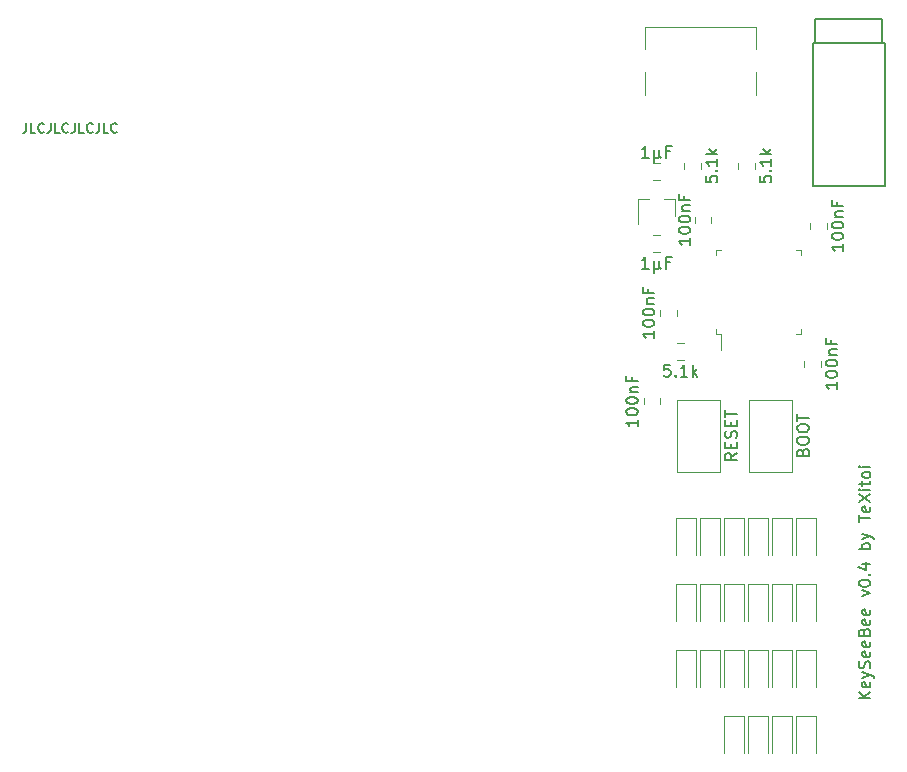
<source format=gto>
G04 #@! TF.GenerationSoftware,KiCad,Pcbnew,5.1.9+dfsg1-1*
G04 #@! TF.CreationDate,2021-12-26T21:48:47+01:00*
G04 #@! TF.ProjectId,left,6c656674-2e6b-4696-9361-645f70636258,rev?*
G04 #@! TF.SameCoordinates,Original*
G04 #@! TF.FileFunction,Legend,Top*
G04 #@! TF.FilePolarity,Positive*
%FSLAX46Y46*%
G04 Gerber Fmt 4.6, Leading zero omitted, Abs format (unit mm)*
G04 Created by KiCad (PCBNEW 5.1.9+dfsg1-1) date 2021-12-26 21:48:47*
%MOMM*%
%LPD*%
G01*
G04 APERTURE LIST*
%ADD10C,0.200000*%
%ADD11C,0.150000*%
%ADD12C,0.120000*%
%ADD13C,4.000000*%
%ADD14C,1.900000*%
%ADD15C,1.700000*%
%ADD16C,0.800000*%
%ADD17O,1.000000X1.400000*%
%ADD18R,1.500000X1.500000*%
%ADD19R,1.000000X1.000000*%
%ADD20R,1.300000X0.250000*%
%ADD21R,0.250000X1.300000*%
%ADD22R,0.800000X0.900000*%
%ADD23R,0.600000X1.450000*%
%ADD24R,0.300000X1.450000*%
%ADD25O,1.000000X2.100000*%
%ADD26C,0.650000*%
%ADD27O,1.000000X1.600000*%
G04 APERTURE END LIST*
D10*
X167754761Y-55060904D02*
X167754761Y-55632333D01*
X167716666Y-55746619D01*
X167640476Y-55822809D01*
X167526190Y-55860904D01*
X167450000Y-55860904D01*
X168516666Y-55860904D02*
X168135714Y-55860904D01*
X168135714Y-55060904D01*
X169240476Y-55784714D02*
X169202380Y-55822809D01*
X169088095Y-55860904D01*
X169011904Y-55860904D01*
X168897619Y-55822809D01*
X168821428Y-55746619D01*
X168783333Y-55670428D01*
X168745238Y-55518047D01*
X168745238Y-55403761D01*
X168783333Y-55251380D01*
X168821428Y-55175190D01*
X168897619Y-55099000D01*
X169011904Y-55060904D01*
X169088095Y-55060904D01*
X169202380Y-55099000D01*
X169240476Y-55137095D01*
X169811904Y-55060904D02*
X169811904Y-55632333D01*
X169773809Y-55746619D01*
X169697619Y-55822809D01*
X169583333Y-55860904D01*
X169507142Y-55860904D01*
X170573809Y-55860904D02*
X170192857Y-55860904D01*
X170192857Y-55060904D01*
X171297619Y-55784714D02*
X171259523Y-55822809D01*
X171145238Y-55860904D01*
X171069047Y-55860904D01*
X170954761Y-55822809D01*
X170878571Y-55746619D01*
X170840476Y-55670428D01*
X170802380Y-55518047D01*
X170802380Y-55403761D01*
X170840476Y-55251380D01*
X170878571Y-55175190D01*
X170954761Y-55099000D01*
X171069047Y-55060904D01*
X171145238Y-55060904D01*
X171259523Y-55099000D01*
X171297619Y-55137095D01*
X171869047Y-55060904D02*
X171869047Y-55632333D01*
X171830952Y-55746619D01*
X171754761Y-55822809D01*
X171640476Y-55860904D01*
X171564285Y-55860904D01*
X172630952Y-55860904D02*
X172250000Y-55860904D01*
X172250000Y-55060904D01*
X173354761Y-55784714D02*
X173316666Y-55822809D01*
X173202380Y-55860904D01*
X173126190Y-55860904D01*
X173011904Y-55822809D01*
X172935714Y-55746619D01*
X172897619Y-55670428D01*
X172859523Y-55518047D01*
X172859523Y-55403761D01*
X172897619Y-55251380D01*
X172935714Y-55175190D01*
X173011904Y-55099000D01*
X173126190Y-55060904D01*
X173202380Y-55060904D01*
X173316666Y-55099000D01*
X173354761Y-55137095D01*
X173926190Y-55060904D02*
X173926190Y-55632333D01*
X173888095Y-55746619D01*
X173811904Y-55822809D01*
X173697619Y-55860904D01*
X173621428Y-55860904D01*
X174688095Y-55860904D02*
X174307142Y-55860904D01*
X174307142Y-55060904D01*
X175411904Y-55784714D02*
X175373809Y-55822809D01*
X175259523Y-55860904D01*
X175183333Y-55860904D01*
X175069047Y-55822809D01*
X174992857Y-55746619D01*
X174954761Y-55670428D01*
X174916666Y-55518047D01*
X174916666Y-55403761D01*
X174954761Y-55251380D01*
X174992857Y-55175190D01*
X175069047Y-55099000D01*
X175183333Y-55060904D01*
X175259523Y-55060904D01*
X175373809Y-55099000D01*
X175411904Y-55137095D01*
X239212380Y-103771904D02*
X238212380Y-103771904D01*
X239212380Y-103200476D02*
X238640952Y-103629047D01*
X238212380Y-103200476D02*
X238783809Y-103771904D01*
X239164761Y-102390952D02*
X239212380Y-102486190D01*
X239212380Y-102676666D01*
X239164761Y-102771904D01*
X239069523Y-102819523D01*
X238688571Y-102819523D01*
X238593333Y-102771904D01*
X238545714Y-102676666D01*
X238545714Y-102486190D01*
X238593333Y-102390952D01*
X238688571Y-102343333D01*
X238783809Y-102343333D01*
X238879047Y-102819523D01*
X238545714Y-102010000D02*
X239212380Y-101771904D01*
X238545714Y-101533809D02*
X239212380Y-101771904D01*
X239450476Y-101867142D01*
X239498095Y-101914761D01*
X239545714Y-102010000D01*
X239164761Y-101200476D02*
X239212380Y-101057619D01*
X239212380Y-100819523D01*
X239164761Y-100724285D01*
X239117142Y-100676666D01*
X239021904Y-100629047D01*
X238926666Y-100629047D01*
X238831428Y-100676666D01*
X238783809Y-100724285D01*
X238736190Y-100819523D01*
X238688571Y-101010000D01*
X238640952Y-101105238D01*
X238593333Y-101152857D01*
X238498095Y-101200476D01*
X238402857Y-101200476D01*
X238307619Y-101152857D01*
X238260000Y-101105238D01*
X238212380Y-101010000D01*
X238212380Y-100771904D01*
X238260000Y-100629047D01*
X239164761Y-99819523D02*
X239212380Y-99914761D01*
X239212380Y-100105238D01*
X239164761Y-100200476D01*
X239069523Y-100248095D01*
X238688571Y-100248095D01*
X238593333Y-100200476D01*
X238545714Y-100105238D01*
X238545714Y-99914761D01*
X238593333Y-99819523D01*
X238688571Y-99771904D01*
X238783809Y-99771904D01*
X238879047Y-100248095D01*
X239164761Y-98962380D02*
X239212380Y-99057619D01*
X239212380Y-99248095D01*
X239164761Y-99343333D01*
X239069523Y-99390952D01*
X238688571Y-99390952D01*
X238593333Y-99343333D01*
X238545714Y-99248095D01*
X238545714Y-99057619D01*
X238593333Y-98962380D01*
X238688571Y-98914761D01*
X238783809Y-98914761D01*
X238879047Y-99390952D01*
X238688571Y-98152857D02*
X238736190Y-98010000D01*
X238783809Y-97962380D01*
X238879047Y-97914761D01*
X239021904Y-97914761D01*
X239117142Y-97962380D01*
X239164761Y-98010000D01*
X239212380Y-98105238D01*
X239212380Y-98486190D01*
X238212380Y-98486190D01*
X238212380Y-98152857D01*
X238260000Y-98057619D01*
X238307619Y-98010000D01*
X238402857Y-97962380D01*
X238498095Y-97962380D01*
X238593333Y-98010000D01*
X238640952Y-98057619D01*
X238688571Y-98152857D01*
X238688571Y-98486190D01*
X239164761Y-97105238D02*
X239212380Y-97200476D01*
X239212380Y-97390952D01*
X239164761Y-97486190D01*
X239069523Y-97533809D01*
X238688571Y-97533809D01*
X238593333Y-97486190D01*
X238545714Y-97390952D01*
X238545714Y-97200476D01*
X238593333Y-97105238D01*
X238688571Y-97057619D01*
X238783809Y-97057619D01*
X238879047Y-97533809D01*
X239164761Y-96248095D02*
X239212380Y-96343333D01*
X239212380Y-96533809D01*
X239164761Y-96629047D01*
X239069523Y-96676666D01*
X238688571Y-96676666D01*
X238593333Y-96629047D01*
X238545714Y-96533809D01*
X238545714Y-96343333D01*
X238593333Y-96248095D01*
X238688571Y-96200476D01*
X238783809Y-96200476D01*
X238879047Y-96676666D01*
X238545714Y-95105238D02*
X239212380Y-94867142D01*
X238545714Y-94629047D01*
X238212380Y-94057619D02*
X238212380Y-93962380D01*
X238260000Y-93867142D01*
X238307619Y-93819523D01*
X238402857Y-93771904D01*
X238593333Y-93724285D01*
X238831428Y-93724285D01*
X239021904Y-93771904D01*
X239117142Y-93819523D01*
X239164761Y-93867142D01*
X239212380Y-93962380D01*
X239212380Y-94057619D01*
X239164761Y-94152857D01*
X239117142Y-94200476D01*
X239021904Y-94248095D01*
X238831428Y-94295714D01*
X238593333Y-94295714D01*
X238402857Y-94248095D01*
X238307619Y-94200476D01*
X238260000Y-94152857D01*
X238212380Y-94057619D01*
X239117142Y-93295714D02*
X239164761Y-93248095D01*
X239212380Y-93295714D01*
X239164761Y-93343333D01*
X239117142Y-93295714D01*
X239212380Y-93295714D01*
X238545714Y-92390952D02*
X239212380Y-92390952D01*
X238164761Y-92629047D02*
X238879047Y-92867142D01*
X238879047Y-92248095D01*
X239212380Y-91105238D02*
X238212380Y-91105238D01*
X238593333Y-91105238D02*
X238545714Y-91010000D01*
X238545714Y-90819523D01*
X238593333Y-90724285D01*
X238640952Y-90676666D01*
X238736190Y-90629047D01*
X239021904Y-90629047D01*
X239117142Y-90676666D01*
X239164761Y-90724285D01*
X239212380Y-90819523D01*
X239212380Y-91010000D01*
X239164761Y-91105238D01*
X238545714Y-90295714D02*
X239212380Y-90057619D01*
X238545714Y-89819523D02*
X239212380Y-90057619D01*
X239450476Y-90152857D01*
X239498095Y-90200476D01*
X239545714Y-90295714D01*
X238212380Y-88819523D02*
X238212380Y-88248095D01*
X239212380Y-88533809D02*
X238212380Y-88533809D01*
X239164761Y-87533809D02*
X239212380Y-87629047D01*
X239212380Y-87819523D01*
X239164761Y-87914761D01*
X239069523Y-87962380D01*
X238688571Y-87962380D01*
X238593333Y-87914761D01*
X238545714Y-87819523D01*
X238545714Y-87629047D01*
X238593333Y-87533809D01*
X238688571Y-87486190D01*
X238783809Y-87486190D01*
X238879047Y-87962380D01*
X238212380Y-87152857D02*
X239212380Y-86486190D01*
X238212380Y-86486190D02*
X239212380Y-87152857D01*
X239212380Y-86105238D02*
X238545714Y-86105238D01*
X238212380Y-86105238D02*
X238260000Y-86152857D01*
X238307619Y-86105238D01*
X238260000Y-86057619D01*
X238212380Y-86105238D01*
X238307619Y-86105238D01*
X238545714Y-85771904D02*
X238545714Y-85390952D01*
X238212380Y-85629047D02*
X239069523Y-85629047D01*
X239164761Y-85581428D01*
X239212380Y-85486190D01*
X239212380Y-85390952D01*
X239212380Y-84914761D02*
X239164761Y-85010000D01*
X239117142Y-85057619D01*
X239021904Y-85105238D01*
X238736190Y-85105238D01*
X238640952Y-85057619D01*
X238593333Y-85010000D01*
X238545714Y-84914761D01*
X238545714Y-84771904D01*
X238593333Y-84676666D01*
X238640952Y-84629047D01*
X238736190Y-84581428D01*
X239021904Y-84581428D01*
X239117142Y-84629047D01*
X239164761Y-84676666D01*
X239212380Y-84771904D01*
X239212380Y-84914761D01*
X239212380Y-84152857D02*
X238545714Y-84152857D01*
X238212380Y-84152857D02*
X238260000Y-84200476D01*
X238307619Y-84152857D01*
X238260000Y-84105238D01*
X238212380Y-84152857D01*
X238307619Y-84152857D01*
D11*
X240413000Y-48260000D02*
X234313000Y-48260000D01*
X240413000Y-60360000D02*
X234313000Y-60360000D01*
X240413000Y-48260000D02*
X240413000Y-60360000D01*
X234313000Y-48260000D02*
X234313000Y-60360000D01*
X240163000Y-48260000D02*
X240163000Y-46260000D01*
X234563000Y-48260000D02*
X234563000Y-46260000D01*
X240163000Y-46260000D02*
X234563000Y-46260000D01*
D12*
X228909000Y-84594000D02*
X228909000Y-78474000D01*
X228909000Y-78474000D02*
X232609000Y-78474000D01*
X232609000Y-78474000D02*
X232609000Y-84594000D01*
X232609000Y-84594000D02*
X228909000Y-84594000D01*
X222813000Y-84594000D02*
X222813000Y-78474000D01*
X222813000Y-78474000D02*
X226513000Y-78474000D01*
X226513000Y-78474000D02*
X226513000Y-84594000D01*
X226513000Y-84594000D02*
X222813000Y-84594000D01*
X220845748Y-58472000D02*
X221368252Y-58472000D01*
X220845748Y-59892000D02*
X221368252Y-59892000D01*
X225754000Y-62984748D02*
X225754000Y-63507252D01*
X224334000Y-62984748D02*
X224334000Y-63507252D01*
X222833000Y-70858748D02*
X222833000Y-71381252D01*
X221413000Y-70858748D02*
X221413000Y-71381252D01*
X233605000Y-75699252D02*
X233605000Y-75176748D01*
X235025000Y-75699252D02*
X235025000Y-75176748D01*
X220845748Y-64568000D02*
X221368252Y-64568000D01*
X220845748Y-65988000D02*
X221368252Y-65988000D01*
X220016000Y-78874252D02*
X220016000Y-78351748D01*
X221436000Y-78874252D02*
X221436000Y-78351748D01*
X234113000Y-64015252D02*
X234113000Y-63492748D01*
X235533000Y-64015252D02*
X235533000Y-63492748D01*
X234609440Y-99644927D02*
X232909440Y-99644927D01*
X232909440Y-99644927D02*
X232909440Y-102794927D01*
X234609440Y-99644927D02*
X234609440Y-102794927D01*
X234609440Y-88468927D02*
X232909440Y-88468927D01*
X232909440Y-88468927D02*
X232909440Y-91618927D01*
X234609440Y-88468927D02*
X234609440Y-91618927D01*
X228513440Y-105232927D02*
X226813440Y-105232927D01*
X226813440Y-105232927D02*
X226813440Y-108382927D01*
X228513440Y-105232927D02*
X228513440Y-108382927D01*
X228513440Y-99644927D02*
X226813440Y-99644927D01*
X226813440Y-99644927D02*
X226813440Y-102794927D01*
X228513440Y-99644927D02*
X228513440Y-102794927D01*
X228513440Y-94056927D02*
X226813440Y-94056927D01*
X226813440Y-94056927D02*
X226813440Y-97206927D01*
X228513440Y-94056927D02*
X228513440Y-97206927D01*
X228513440Y-88468927D02*
X226813440Y-88468927D01*
X226813440Y-88468927D02*
X226813440Y-91618927D01*
X228513440Y-88468927D02*
X228513440Y-91618927D01*
X224449440Y-99644927D02*
X222749440Y-99644927D01*
X222749440Y-99644927D02*
X222749440Y-102794927D01*
X224449440Y-99644927D02*
X224449440Y-102794927D01*
X224449440Y-94056927D02*
X222749440Y-94056927D01*
X222749440Y-94056927D02*
X222749440Y-97206927D01*
X224449440Y-94056927D02*
X224449440Y-97206927D01*
X224449440Y-88468927D02*
X222749440Y-88468927D01*
X222749440Y-88468927D02*
X222749440Y-91618927D01*
X224449440Y-88468927D02*
X224449440Y-91618927D01*
X232577440Y-105232927D02*
X230877440Y-105232927D01*
X230877440Y-105232927D02*
X230877440Y-108382927D01*
X232577440Y-105232927D02*
X232577440Y-108382927D01*
X234609440Y-94056927D02*
X232909440Y-94056927D01*
X232909440Y-94056927D02*
X232909440Y-97206927D01*
X234609440Y-94056927D02*
X234609440Y-97206927D01*
X232577440Y-99644927D02*
X230877440Y-99644927D01*
X230877440Y-99644927D02*
X230877440Y-102794927D01*
X232577440Y-99644927D02*
X232577440Y-102794927D01*
X232577440Y-94056927D02*
X230877440Y-94056927D01*
X230877440Y-94056927D02*
X230877440Y-97206927D01*
X232577440Y-94056927D02*
X232577440Y-97206927D01*
X232577440Y-88468927D02*
X230877440Y-88468927D01*
X230877440Y-88468927D02*
X230877440Y-91618927D01*
X232577440Y-88468927D02*
X232577440Y-91618927D01*
X230545440Y-105232927D02*
X228845440Y-105232927D01*
X228845440Y-105232927D02*
X228845440Y-108382927D01*
X230545440Y-105232927D02*
X230545440Y-108382927D01*
X230545440Y-99644927D02*
X228845440Y-99644927D01*
X228845440Y-99644927D02*
X228845440Y-102794927D01*
X230545440Y-99644927D02*
X230545440Y-102794927D01*
X230545440Y-94056927D02*
X228845440Y-94056927D01*
X228845440Y-94056927D02*
X228845440Y-97206927D01*
X230545440Y-94056927D02*
X230545440Y-97206927D01*
X230545440Y-88468927D02*
X228845440Y-88468927D01*
X228845440Y-88468927D02*
X228845440Y-91618927D01*
X230545440Y-88468927D02*
X230545440Y-91618927D01*
X226481440Y-99644927D02*
X224781440Y-99644927D01*
X224781440Y-99644927D02*
X224781440Y-102794927D01*
X226481440Y-99644927D02*
X226481440Y-102794927D01*
X226481440Y-94056927D02*
X224781440Y-94056927D01*
X224781440Y-94056927D02*
X224781440Y-97206927D01*
X226481440Y-94056927D02*
X226481440Y-97206927D01*
X226481440Y-88468927D02*
X224781440Y-88468927D01*
X224781440Y-88468927D02*
X224781440Y-91618927D01*
X226481440Y-88468927D02*
X226481440Y-91618927D01*
X234609440Y-105232927D02*
X232909440Y-105232927D01*
X232909440Y-105232927D02*
X232909440Y-108382927D01*
X234609440Y-105232927D02*
X234609440Y-108382927D01*
X226183000Y-65782000D02*
X226603000Y-65782000D01*
X233303000Y-65782000D02*
X232883000Y-65782000D01*
X233303000Y-72902000D02*
X232883000Y-72902000D01*
X226183000Y-72902000D02*
X226183000Y-72482000D01*
X233303000Y-65782000D02*
X233303000Y-66202000D01*
X226183000Y-65782000D02*
X226183000Y-66202000D01*
X226603000Y-72902000D02*
X226603000Y-74282000D01*
X226183000Y-72902000D02*
X226603000Y-72902000D01*
X233303000Y-72902000D02*
X233303000Y-72482000D01*
X222687000Y-61470000D02*
X221757000Y-61470000D01*
X219527000Y-61470000D02*
X220457000Y-61470000D01*
X219527000Y-61470000D02*
X219527000Y-63630000D01*
X222687000Y-61470000D02*
X222687000Y-62930000D01*
X223391252Y-75132000D02*
X222868748Y-75132000D01*
X223391252Y-73712000D02*
X222868748Y-73712000D01*
X224865000Y-58412748D02*
X224865000Y-58935252D01*
X223445000Y-58412748D02*
X223445000Y-58935252D01*
X229437000Y-58412748D02*
X229437000Y-58935252D01*
X228017000Y-58412748D02*
X228017000Y-58935252D01*
X229490000Y-48800000D02*
X229490000Y-46900000D01*
X229490000Y-52700000D02*
X229490000Y-50700000D01*
X220090000Y-48800000D02*
X220090000Y-46900000D01*
X220090000Y-52700000D02*
X220090000Y-50700000D01*
X229490000Y-46900000D02*
X220090000Y-46900000D01*
D11*
X233481571Y-82891142D02*
X233529190Y-82748285D01*
X233576809Y-82700666D01*
X233672047Y-82653047D01*
X233814904Y-82653047D01*
X233910142Y-82700666D01*
X233957761Y-82748285D01*
X234005380Y-82843523D01*
X234005380Y-83224476D01*
X233005380Y-83224476D01*
X233005380Y-82891142D01*
X233053000Y-82795904D01*
X233100619Y-82748285D01*
X233195857Y-82700666D01*
X233291095Y-82700666D01*
X233386333Y-82748285D01*
X233433952Y-82795904D01*
X233481571Y-82891142D01*
X233481571Y-83224476D01*
X233005380Y-82034000D02*
X233005380Y-81843523D01*
X233053000Y-81748285D01*
X233148238Y-81653047D01*
X233338714Y-81605428D01*
X233672047Y-81605428D01*
X233862523Y-81653047D01*
X233957761Y-81748285D01*
X234005380Y-81843523D01*
X234005380Y-82034000D01*
X233957761Y-82129238D01*
X233862523Y-82224476D01*
X233672047Y-82272095D01*
X233338714Y-82272095D01*
X233148238Y-82224476D01*
X233053000Y-82129238D01*
X233005380Y-82034000D01*
X233005380Y-80986380D02*
X233005380Y-80795904D01*
X233053000Y-80700666D01*
X233148238Y-80605428D01*
X233338714Y-80557809D01*
X233672047Y-80557809D01*
X233862523Y-80605428D01*
X233957761Y-80700666D01*
X234005380Y-80795904D01*
X234005380Y-80986380D01*
X233957761Y-81081619D01*
X233862523Y-81176857D01*
X233672047Y-81224476D01*
X233338714Y-81224476D01*
X233148238Y-81176857D01*
X233053000Y-81081619D01*
X233005380Y-80986380D01*
X233005380Y-80272095D02*
X233005380Y-79700666D01*
X234005380Y-79986380D02*
X233005380Y-79986380D01*
X227909380Y-82986380D02*
X227433190Y-83319714D01*
X227909380Y-83557809D02*
X226909380Y-83557809D01*
X226909380Y-83176857D01*
X226957000Y-83081619D01*
X227004619Y-83034000D01*
X227099857Y-82986380D01*
X227242714Y-82986380D01*
X227337952Y-83034000D01*
X227385571Y-83081619D01*
X227433190Y-83176857D01*
X227433190Y-83557809D01*
X227385571Y-82557809D02*
X227385571Y-82224476D01*
X227909380Y-82081619D02*
X227909380Y-82557809D01*
X226909380Y-82557809D01*
X226909380Y-82081619D01*
X227861761Y-81700666D02*
X227909380Y-81557809D01*
X227909380Y-81319714D01*
X227861761Y-81224476D01*
X227814142Y-81176857D01*
X227718904Y-81129238D01*
X227623666Y-81129238D01*
X227528428Y-81176857D01*
X227480809Y-81224476D01*
X227433190Y-81319714D01*
X227385571Y-81510190D01*
X227337952Y-81605428D01*
X227290333Y-81653047D01*
X227195095Y-81700666D01*
X227099857Y-81700666D01*
X227004619Y-81653047D01*
X226957000Y-81605428D01*
X226909380Y-81510190D01*
X226909380Y-81272095D01*
X226957000Y-81129238D01*
X227385571Y-80700666D02*
X227385571Y-80367333D01*
X227909380Y-80224476D02*
X227909380Y-80700666D01*
X226909380Y-80700666D01*
X226909380Y-80224476D01*
X226909380Y-79938761D02*
X226909380Y-79367333D01*
X227909380Y-79653047D02*
X226909380Y-79653047D01*
X220440333Y-57984380D02*
X219868904Y-57984380D01*
X220154619Y-57984380D02*
X220154619Y-56984380D01*
X220059380Y-57127238D01*
X219964142Y-57222476D01*
X219868904Y-57270095D01*
X220868904Y-57317714D02*
X220868904Y-58317714D01*
X221345095Y-57841523D02*
X221392714Y-57936761D01*
X221487952Y-57984380D01*
X220868904Y-57841523D02*
X220916523Y-57936761D01*
X221011761Y-57984380D01*
X221202238Y-57984380D01*
X221297476Y-57936761D01*
X221345095Y-57841523D01*
X221345095Y-57317714D01*
X222249857Y-57460571D02*
X221916523Y-57460571D01*
X221916523Y-57984380D02*
X221916523Y-56984380D01*
X222392714Y-56984380D01*
X223972380Y-64793619D02*
X223972380Y-65365047D01*
X223972380Y-65079333D02*
X222972380Y-65079333D01*
X223115238Y-65174571D01*
X223210476Y-65269809D01*
X223258095Y-65365047D01*
X222972380Y-64174571D02*
X222972380Y-64079333D01*
X223020000Y-63984095D01*
X223067619Y-63936476D01*
X223162857Y-63888857D01*
X223353333Y-63841238D01*
X223591428Y-63841238D01*
X223781904Y-63888857D01*
X223877142Y-63936476D01*
X223924761Y-63984095D01*
X223972380Y-64079333D01*
X223972380Y-64174571D01*
X223924761Y-64269809D01*
X223877142Y-64317428D01*
X223781904Y-64365047D01*
X223591428Y-64412666D01*
X223353333Y-64412666D01*
X223162857Y-64365047D01*
X223067619Y-64317428D01*
X223020000Y-64269809D01*
X222972380Y-64174571D01*
X222972380Y-63222190D02*
X222972380Y-63126952D01*
X223020000Y-63031714D01*
X223067619Y-62984095D01*
X223162857Y-62936476D01*
X223353333Y-62888857D01*
X223591428Y-62888857D01*
X223781904Y-62936476D01*
X223877142Y-62984095D01*
X223924761Y-63031714D01*
X223972380Y-63126952D01*
X223972380Y-63222190D01*
X223924761Y-63317428D01*
X223877142Y-63365047D01*
X223781904Y-63412666D01*
X223591428Y-63460285D01*
X223353333Y-63460285D01*
X223162857Y-63412666D01*
X223067619Y-63365047D01*
X223020000Y-63317428D01*
X222972380Y-63222190D01*
X223305714Y-62460285D02*
X223972380Y-62460285D01*
X223400952Y-62460285D02*
X223353333Y-62412666D01*
X223305714Y-62317428D01*
X223305714Y-62174571D01*
X223353333Y-62079333D01*
X223448571Y-62031714D01*
X223972380Y-62031714D01*
X223448571Y-61222190D02*
X223448571Y-61555523D01*
X223972380Y-61555523D02*
X222972380Y-61555523D01*
X222972380Y-61079333D01*
X220925380Y-72667619D02*
X220925380Y-73239047D01*
X220925380Y-72953333D02*
X219925380Y-72953333D01*
X220068238Y-73048571D01*
X220163476Y-73143809D01*
X220211095Y-73239047D01*
X219925380Y-72048571D02*
X219925380Y-71953333D01*
X219973000Y-71858095D01*
X220020619Y-71810476D01*
X220115857Y-71762857D01*
X220306333Y-71715238D01*
X220544428Y-71715238D01*
X220734904Y-71762857D01*
X220830142Y-71810476D01*
X220877761Y-71858095D01*
X220925380Y-71953333D01*
X220925380Y-72048571D01*
X220877761Y-72143809D01*
X220830142Y-72191428D01*
X220734904Y-72239047D01*
X220544428Y-72286666D01*
X220306333Y-72286666D01*
X220115857Y-72239047D01*
X220020619Y-72191428D01*
X219973000Y-72143809D01*
X219925380Y-72048571D01*
X219925380Y-71096190D02*
X219925380Y-71000952D01*
X219973000Y-70905714D01*
X220020619Y-70858095D01*
X220115857Y-70810476D01*
X220306333Y-70762857D01*
X220544428Y-70762857D01*
X220734904Y-70810476D01*
X220830142Y-70858095D01*
X220877761Y-70905714D01*
X220925380Y-71000952D01*
X220925380Y-71096190D01*
X220877761Y-71191428D01*
X220830142Y-71239047D01*
X220734904Y-71286666D01*
X220544428Y-71334285D01*
X220306333Y-71334285D01*
X220115857Y-71286666D01*
X220020619Y-71239047D01*
X219973000Y-71191428D01*
X219925380Y-71096190D01*
X220258714Y-70334285D02*
X220925380Y-70334285D01*
X220353952Y-70334285D02*
X220306333Y-70286666D01*
X220258714Y-70191428D01*
X220258714Y-70048571D01*
X220306333Y-69953333D01*
X220401571Y-69905714D01*
X220925380Y-69905714D01*
X220401571Y-69096190D02*
X220401571Y-69429523D01*
X220925380Y-69429523D02*
X219925380Y-69429523D01*
X219925380Y-68953333D01*
X236417380Y-76985619D02*
X236417380Y-77557047D01*
X236417380Y-77271333D02*
X235417380Y-77271333D01*
X235560238Y-77366571D01*
X235655476Y-77461809D01*
X235703095Y-77557047D01*
X235417380Y-76366571D02*
X235417380Y-76271333D01*
X235465000Y-76176095D01*
X235512619Y-76128476D01*
X235607857Y-76080857D01*
X235798333Y-76033238D01*
X236036428Y-76033238D01*
X236226904Y-76080857D01*
X236322142Y-76128476D01*
X236369761Y-76176095D01*
X236417380Y-76271333D01*
X236417380Y-76366571D01*
X236369761Y-76461809D01*
X236322142Y-76509428D01*
X236226904Y-76557047D01*
X236036428Y-76604666D01*
X235798333Y-76604666D01*
X235607857Y-76557047D01*
X235512619Y-76509428D01*
X235465000Y-76461809D01*
X235417380Y-76366571D01*
X235417380Y-75414190D02*
X235417380Y-75318952D01*
X235465000Y-75223714D01*
X235512619Y-75176095D01*
X235607857Y-75128476D01*
X235798333Y-75080857D01*
X236036428Y-75080857D01*
X236226904Y-75128476D01*
X236322142Y-75176095D01*
X236369761Y-75223714D01*
X236417380Y-75318952D01*
X236417380Y-75414190D01*
X236369761Y-75509428D01*
X236322142Y-75557047D01*
X236226904Y-75604666D01*
X236036428Y-75652285D01*
X235798333Y-75652285D01*
X235607857Y-75604666D01*
X235512619Y-75557047D01*
X235465000Y-75509428D01*
X235417380Y-75414190D01*
X235750714Y-74652285D02*
X236417380Y-74652285D01*
X235845952Y-74652285D02*
X235798333Y-74604666D01*
X235750714Y-74509428D01*
X235750714Y-74366571D01*
X235798333Y-74271333D01*
X235893571Y-74223714D01*
X236417380Y-74223714D01*
X235893571Y-73414190D02*
X235893571Y-73747523D01*
X236417380Y-73747523D02*
X235417380Y-73747523D01*
X235417380Y-73271333D01*
X220440333Y-67380380D02*
X219868904Y-67380380D01*
X220154619Y-67380380D02*
X220154619Y-66380380D01*
X220059380Y-66523238D01*
X219964142Y-66618476D01*
X219868904Y-66666095D01*
X220868904Y-66713714D02*
X220868904Y-67713714D01*
X221345095Y-67237523D02*
X221392714Y-67332761D01*
X221487952Y-67380380D01*
X220868904Y-67237523D02*
X220916523Y-67332761D01*
X221011761Y-67380380D01*
X221202238Y-67380380D01*
X221297476Y-67332761D01*
X221345095Y-67237523D01*
X221345095Y-66713714D01*
X222249857Y-66856571D02*
X221916523Y-66856571D01*
X221916523Y-67380380D02*
X221916523Y-66380380D01*
X222392714Y-66380380D01*
X219528380Y-80160619D02*
X219528380Y-80732047D01*
X219528380Y-80446333D02*
X218528380Y-80446333D01*
X218671238Y-80541571D01*
X218766476Y-80636809D01*
X218814095Y-80732047D01*
X218528380Y-79541571D02*
X218528380Y-79446333D01*
X218576000Y-79351095D01*
X218623619Y-79303476D01*
X218718857Y-79255857D01*
X218909333Y-79208238D01*
X219147428Y-79208238D01*
X219337904Y-79255857D01*
X219433142Y-79303476D01*
X219480761Y-79351095D01*
X219528380Y-79446333D01*
X219528380Y-79541571D01*
X219480761Y-79636809D01*
X219433142Y-79684428D01*
X219337904Y-79732047D01*
X219147428Y-79779666D01*
X218909333Y-79779666D01*
X218718857Y-79732047D01*
X218623619Y-79684428D01*
X218576000Y-79636809D01*
X218528380Y-79541571D01*
X218528380Y-78589190D02*
X218528380Y-78493952D01*
X218576000Y-78398714D01*
X218623619Y-78351095D01*
X218718857Y-78303476D01*
X218909333Y-78255857D01*
X219147428Y-78255857D01*
X219337904Y-78303476D01*
X219433142Y-78351095D01*
X219480761Y-78398714D01*
X219528380Y-78493952D01*
X219528380Y-78589190D01*
X219480761Y-78684428D01*
X219433142Y-78732047D01*
X219337904Y-78779666D01*
X219147428Y-78827285D01*
X218909333Y-78827285D01*
X218718857Y-78779666D01*
X218623619Y-78732047D01*
X218576000Y-78684428D01*
X218528380Y-78589190D01*
X218861714Y-77827285D02*
X219528380Y-77827285D01*
X218956952Y-77827285D02*
X218909333Y-77779666D01*
X218861714Y-77684428D01*
X218861714Y-77541571D01*
X218909333Y-77446333D01*
X219004571Y-77398714D01*
X219528380Y-77398714D01*
X219004571Y-76589190D02*
X219004571Y-76922523D01*
X219528380Y-76922523D02*
X218528380Y-76922523D01*
X218528380Y-76446333D01*
X236925380Y-65301619D02*
X236925380Y-65873047D01*
X236925380Y-65587333D02*
X235925380Y-65587333D01*
X236068238Y-65682571D01*
X236163476Y-65777809D01*
X236211095Y-65873047D01*
X235925380Y-64682571D02*
X235925380Y-64587333D01*
X235973000Y-64492095D01*
X236020619Y-64444476D01*
X236115857Y-64396857D01*
X236306333Y-64349238D01*
X236544428Y-64349238D01*
X236734904Y-64396857D01*
X236830142Y-64444476D01*
X236877761Y-64492095D01*
X236925380Y-64587333D01*
X236925380Y-64682571D01*
X236877761Y-64777809D01*
X236830142Y-64825428D01*
X236734904Y-64873047D01*
X236544428Y-64920666D01*
X236306333Y-64920666D01*
X236115857Y-64873047D01*
X236020619Y-64825428D01*
X235973000Y-64777809D01*
X235925380Y-64682571D01*
X235925380Y-63730190D02*
X235925380Y-63634952D01*
X235973000Y-63539714D01*
X236020619Y-63492095D01*
X236115857Y-63444476D01*
X236306333Y-63396857D01*
X236544428Y-63396857D01*
X236734904Y-63444476D01*
X236830142Y-63492095D01*
X236877761Y-63539714D01*
X236925380Y-63634952D01*
X236925380Y-63730190D01*
X236877761Y-63825428D01*
X236830142Y-63873047D01*
X236734904Y-63920666D01*
X236544428Y-63968285D01*
X236306333Y-63968285D01*
X236115857Y-63920666D01*
X236020619Y-63873047D01*
X235973000Y-63825428D01*
X235925380Y-63730190D01*
X236258714Y-62968285D02*
X236925380Y-62968285D01*
X236353952Y-62968285D02*
X236306333Y-62920666D01*
X236258714Y-62825428D01*
X236258714Y-62682571D01*
X236306333Y-62587333D01*
X236401571Y-62539714D01*
X236925380Y-62539714D01*
X236401571Y-61730190D02*
X236401571Y-62063523D01*
X236925380Y-62063523D02*
X235925380Y-62063523D01*
X235925380Y-61587333D01*
X222249047Y-75524380D02*
X221772857Y-75524380D01*
X221725238Y-76000571D01*
X221772857Y-75952952D01*
X221868095Y-75905333D01*
X222106190Y-75905333D01*
X222201428Y-75952952D01*
X222249047Y-76000571D01*
X222296666Y-76095809D01*
X222296666Y-76333904D01*
X222249047Y-76429142D01*
X222201428Y-76476761D01*
X222106190Y-76524380D01*
X221868095Y-76524380D01*
X221772857Y-76476761D01*
X221725238Y-76429142D01*
X222725238Y-76429142D02*
X222772857Y-76476761D01*
X222725238Y-76524380D01*
X222677619Y-76476761D01*
X222725238Y-76429142D01*
X222725238Y-76524380D01*
X223725238Y-76524380D02*
X223153809Y-76524380D01*
X223439523Y-76524380D02*
X223439523Y-75524380D01*
X223344285Y-75667238D01*
X223249047Y-75762476D01*
X223153809Y-75810095D01*
X224153809Y-76524380D02*
X224153809Y-75524380D01*
X224249047Y-76143428D02*
X224534761Y-76524380D01*
X224534761Y-75857714D02*
X224153809Y-76238666D01*
X225257380Y-59554952D02*
X225257380Y-60031142D01*
X225733571Y-60078761D01*
X225685952Y-60031142D01*
X225638333Y-59935904D01*
X225638333Y-59697809D01*
X225685952Y-59602571D01*
X225733571Y-59554952D01*
X225828809Y-59507333D01*
X226066904Y-59507333D01*
X226162142Y-59554952D01*
X226209761Y-59602571D01*
X226257380Y-59697809D01*
X226257380Y-59935904D01*
X226209761Y-60031142D01*
X226162142Y-60078761D01*
X226162142Y-59078761D02*
X226209761Y-59031142D01*
X226257380Y-59078761D01*
X226209761Y-59126380D01*
X226162142Y-59078761D01*
X226257380Y-59078761D01*
X226257380Y-58078761D02*
X226257380Y-58650190D01*
X226257380Y-58364476D02*
X225257380Y-58364476D01*
X225400238Y-58459714D01*
X225495476Y-58554952D01*
X225543095Y-58650190D01*
X226257380Y-57650190D02*
X225257380Y-57650190D01*
X225876428Y-57554952D02*
X226257380Y-57269238D01*
X225590714Y-57269238D02*
X225971666Y-57650190D01*
X229829380Y-59554952D02*
X229829380Y-60031142D01*
X230305571Y-60078761D01*
X230257952Y-60031142D01*
X230210333Y-59935904D01*
X230210333Y-59697809D01*
X230257952Y-59602571D01*
X230305571Y-59554952D01*
X230400809Y-59507333D01*
X230638904Y-59507333D01*
X230734142Y-59554952D01*
X230781761Y-59602571D01*
X230829380Y-59697809D01*
X230829380Y-59935904D01*
X230781761Y-60031142D01*
X230734142Y-60078761D01*
X230734142Y-59078761D02*
X230781761Y-59031142D01*
X230829380Y-59078761D01*
X230781761Y-59126380D01*
X230734142Y-59078761D01*
X230829380Y-59078761D01*
X230829380Y-58078761D02*
X230829380Y-58650190D01*
X230829380Y-58364476D02*
X229829380Y-58364476D01*
X229972238Y-58459714D01*
X230067476Y-58554952D01*
X230115095Y-58650190D01*
X230829380Y-57650190D02*
X229829380Y-57650190D01*
X230448428Y-57554952D02*
X230829380Y-57269238D01*
X230162714Y-57269238D02*
X230543666Y-57650190D01*
%LPC*%
D13*
X222631000Y-118745000D03*
D14*
X217708861Y-116290912D03*
X227553139Y-121199088D03*
D15*
X227177267Y-121011685D03*
X218084733Y-116478315D03*
X109220000Y-85725000D03*
X119380000Y-85725000D03*
D14*
X119800000Y-85725000D03*
X108800000Y-85725000D03*
D13*
X114300000Y-85725000D03*
X114300000Y-104775000D03*
D14*
X108800000Y-104775000D03*
X119800000Y-104775000D03*
D15*
X119380000Y-104775000D03*
X109220000Y-104775000D03*
X147320000Y-53975000D03*
X157480000Y-53975000D03*
D14*
X157900000Y-53975000D03*
X146900000Y-53975000D03*
D13*
X152400000Y-53975000D03*
X209550000Y-75565000D03*
D14*
X204050000Y-75565000D03*
X215050000Y-75565000D03*
D15*
X214630000Y-75565000D03*
X204470000Y-75565000D03*
X147320000Y-73025000D03*
X157480000Y-73025000D03*
D14*
X157900000Y-73025000D03*
X146900000Y-73025000D03*
D13*
X152400000Y-73025000D03*
X152400000Y-92075000D03*
D14*
X146900000Y-92075000D03*
X157900000Y-92075000D03*
D15*
X157480000Y-92075000D03*
X147320000Y-92075000D03*
X156845000Y-111125000D03*
X167005000Y-111125000D03*
D14*
X167425000Y-111125000D03*
X156425000Y-111125000D03*
D13*
X161925000Y-111125000D03*
X209550000Y-56515000D03*
D14*
X204050000Y-56515000D03*
X215050000Y-56515000D03*
D15*
X214630000Y-56515000D03*
X204470000Y-56515000D03*
X204470000Y-94615000D03*
X214630000Y-94615000D03*
D14*
X215050000Y-94615000D03*
X204050000Y-94615000D03*
D13*
X209550000Y-94615000D03*
X133350000Y-64135000D03*
D14*
X127850000Y-64135000D03*
X138850000Y-64135000D03*
D15*
X138430000Y-64135000D03*
X128270000Y-64135000D03*
X128270000Y-83185000D03*
X138430000Y-83185000D03*
D14*
X138850000Y-83185000D03*
X127850000Y-83185000D03*
D13*
X133350000Y-83185000D03*
X133350000Y-102235000D03*
D14*
X127850000Y-102235000D03*
X138850000Y-102235000D03*
D15*
X138430000Y-102235000D03*
X128270000Y-102235000D03*
X166370000Y-51435000D03*
X176530000Y-51435000D03*
D14*
X176950000Y-51435000D03*
X165950000Y-51435000D03*
D13*
X171450000Y-51435000D03*
X171450000Y-70485000D03*
D14*
X165950000Y-70485000D03*
X176950000Y-70485000D03*
D15*
X176530000Y-70485000D03*
X166370000Y-70485000D03*
X166370000Y-89535000D03*
X176530000Y-89535000D03*
D14*
X176950000Y-89535000D03*
X165950000Y-89535000D03*
D13*
X171450000Y-89535000D03*
X190500000Y-53975000D03*
D14*
X185000000Y-53975000D03*
X196000000Y-53975000D03*
D15*
X195580000Y-53975000D03*
X185420000Y-53975000D03*
X185420000Y-73025000D03*
X195580000Y-73025000D03*
D14*
X196000000Y-73025000D03*
X185000000Y-73025000D03*
D13*
X190500000Y-73025000D03*
X190500000Y-92075000D03*
D14*
X185000000Y-92075000D03*
X196000000Y-92075000D03*
D15*
X195580000Y-92075000D03*
X185420000Y-92075000D03*
X194945000Y-113665000D03*
X205105000Y-113665000D03*
D14*
X205525000Y-113665000D03*
X194525000Y-113665000D03*
D13*
X200025000Y-113665000D03*
X180975000Y-111125000D03*
D14*
X175475000Y-111125000D03*
X186475000Y-111125000D03*
D15*
X186055000Y-111125000D03*
X175895000Y-111125000D03*
D13*
X114300000Y-66675000D03*
D14*
X108800000Y-66675000D03*
X119800000Y-66675000D03*
D15*
X119380000Y-66675000D03*
X109220000Y-66675000D03*
D16*
X237363000Y-56860000D03*
X237363000Y-49860000D03*
D17*
X239663000Y-51460000D03*
X239663000Y-54460000D03*
X239663000Y-58460000D03*
X235063000Y-59560000D03*
D18*
X230759000Y-77634000D03*
X230759000Y-85434000D03*
X224663000Y-77634000D03*
X224663000Y-85434000D03*
G36*
G01*
X221557000Y-59632001D02*
X221557000Y-58731999D01*
G75*
G02*
X221806999Y-58482000I249999J0D01*
G01*
X222457001Y-58482000D01*
G75*
G02*
X222707000Y-58731999I0J-249999D01*
G01*
X222707000Y-59632001D01*
G75*
G02*
X222457001Y-59882000I-249999J0D01*
G01*
X221806999Y-59882000D01*
G75*
G02*
X221557000Y-59632001I0J249999D01*
G01*
G37*
G36*
G01*
X219507000Y-59632001D02*
X219507000Y-58731999D01*
G75*
G02*
X219756999Y-58482000I249999J0D01*
G01*
X220407001Y-58482000D01*
G75*
G02*
X220657000Y-58731999I0J-249999D01*
G01*
X220657000Y-59632001D01*
G75*
G02*
X220407001Y-59882000I-249999J0D01*
G01*
X219756999Y-59882000D01*
G75*
G02*
X219507000Y-59632001I0J249999D01*
G01*
G37*
G36*
G01*
X224593999Y-63696000D02*
X225494001Y-63696000D01*
G75*
G02*
X225744000Y-63945999I0J-249999D01*
G01*
X225744000Y-64596001D01*
G75*
G02*
X225494001Y-64846000I-249999J0D01*
G01*
X224593999Y-64846000D01*
G75*
G02*
X224344000Y-64596001I0J249999D01*
G01*
X224344000Y-63945999D01*
G75*
G02*
X224593999Y-63696000I249999J0D01*
G01*
G37*
G36*
G01*
X224593999Y-61646000D02*
X225494001Y-61646000D01*
G75*
G02*
X225744000Y-61895999I0J-249999D01*
G01*
X225744000Y-62546001D01*
G75*
G02*
X225494001Y-62796000I-249999J0D01*
G01*
X224593999Y-62796000D01*
G75*
G02*
X224344000Y-62546001I0J249999D01*
G01*
X224344000Y-61895999D01*
G75*
G02*
X224593999Y-61646000I249999J0D01*
G01*
G37*
G36*
G01*
X221672999Y-71570000D02*
X222573001Y-71570000D01*
G75*
G02*
X222823000Y-71819999I0J-249999D01*
G01*
X222823000Y-72470001D01*
G75*
G02*
X222573001Y-72720000I-249999J0D01*
G01*
X221672999Y-72720000D01*
G75*
G02*
X221423000Y-72470001I0J249999D01*
G01*
X221423000Y-71819999D01*
G75*
G02*
X221672999Y-71570000I249999J0D01*
G01*
G37*
G36*
G01*
X221672999Y-69520000D02*
X222573001Y-69520000D01*
G75*
G02*
X222823000Y-69769999I0J-249999D01*
G01*
X222823000Y-70420001D01*
G75*
G02*
X222573001Y-70670000I-249999J0D01*
G01*
X221672999Y-70670000D01*
G75*
G02*
X221423000Y-70420001I0J249999D01*
G01*
X221423000Y-69769999D01*
G75*
G02*
X221672999Y-69520000I249999J0D01*
G01*
G37*
G36*
G01*
X234765001Y-74988000D02*
X233864999Y-74988000D01*
G75*
G02*
X233615000Y-74738001I0J249999D01*
G01*
X233615000Y-74087999D01*
G75*
G02*
X233864999Y-73838000I249999J0D01*
G01*
X234765001Y-73838000D01*
G75*
G02*
X235015000Y-74087999I0J-249999D01*
G01*
X235015000Y-74738001D01*
G75*
G02*
X234765001Y-74988000I-249999J0D01*
G01*
G37*
G36*
G01*
X234765001Y-77038000D02*
X233864999Y-77038000D01*
G75*
G02*
X233615000Y-76788001I0J249999D01*
G01*
X233615000Y-76137999D01*
G75*
G02*
X233864999Y-75888000I249999J0D01*
G01*
X234765001Y-75888000D01*
G75*
G02*
X235015000Y-76137999I0J-249999D01*
G01*
X235015000Y-76788001D01*
G75*
G02*
X234765001Y-77038000I-249999J0D01*
G01*
G37*
G36*
G01*
X221557000Y-65728001D02*
X221557000Y-64827999D01*
G75*
G02*
X221806999Y-64578000I249999J0D01*
G01*
X222457001Y-64578000D01*
G75*
G02*
X222707000Y-64827999I0J-249999D01*
G01*
X222707000Y-65728001D01*
G75*
G02*
X222457001Y-65978000I-249999J0D01*
G01*
X221806999Y-65978000D01*
G75*
G02*
X221557000Y-65728001I0J249999D01*
G01*
G37*
G36*
G01*
X219507000Y-65728001D02*
X219507000Y-64827999D01*
G75*
G02*
X219756999Y-64578000I249999J0D01*
G01*
X220407001Y-64578000D01*
G75*
G02*
X220657000Y-64827999I0J-249999D01*
G01*
X220657000Y-65728001D01*
G75*
G02*
X220407001Y-65978000I-249999J0D01*
G01*
X219756999Y-65978000D01*
G75*
G02*
X219507000Y-65728001I0J249999D01*
G01*
G37*
G36*
G01*
X221176001Y-78163000D02*
X220275999Y-78163000D01*
G75*
G02*
X220026000Y-77913001I0J249999D01*
G01*
X220026000Y-77262999D01*
G75*
G02*
X220275999Y-77013000I249999J0D01*
G01*
X221176001Y-77013000D01*
G75*
G02*
X221426000Y-77262999I0J-249999D01*
G01*
X221426000Y-77913001D01*
G75*
G02*
X221176001Y-78163000I-249999J0D01*
G01*
G37*
G36*
G01*
X221176001Y-80213000D02*
X220275999Y-80213000D01*
G75*
G02*
X220026000Y-79963001I0J249999D01*
G01*
X220026000Y-79312999D01*
G75*
G02*
X220275999Y-79063000I249999J0D01*
G01*
X221176001Y-79063000D01*
G75*
G02*
X221426000Y-79312999I0J-249999D01*
G01*
X221426000Y-79963001D01*
G75*
G02*
X221176001Y-80213000I-249999J0D01*
G01*
G37*
G36*
G01*
X235273001Y-63304000D02*
X234372999Y-63304000D01*
G75*
G02*
X234123000Y-63054001I0J249999D01*
G01*
X234123000Y-62403999D01*
G75*
G02*
X234372999Y-62154000I249999J0D01*
G01*
X235273001Y-62154000D01*
G75*
G02*
X235523000Y-62403999I0J-249999D01*
G01*
X235523000Y-63054001D01*
G75*
G02*
X235273001Y-63304000I-249999J0D01*
G01*
G37*
G36*
G01*
X235273001Y-65354000D02*
X234372999Y-65354000D01*
G75*
G02*
X234123000Y-65104001I0J249999D01*
G01*
X234123000Y-64453999D01*
G75*
G02*
X234372999Y-64204000I249999J0D01*
G01*
X235273001Y-64204000D01*
G75*
G02*
X235523000Y-64453999I0J-249999D01*
G01*
X235523000Y-65104001D01*
G75*
G02*
X235273001Y-65354000I-249999J0D01*
G01*
G37*
D19*
X233759440Y-102794927D03*
X233759440Y-100294927D03*
X233759440Y-91618927D03*
X233759440Y-89118927D03*
X227663440Y-108382927D03*
X227663440Y-105882927D03*
X227663440Y-102794927D03*
X227663440Y-100294927D03*
X227663440Y-97206927D03*
X227663440Y-94706927D03*
X227663440Y-91618927D03*
X227663440Y-89118927D03*
X223599440Y-102794927D03*
X223599440Y-100294927D03*
X223599440Y-97206927D03*
X223599440Y-94706927D03*
X223599440Y-91618927D03*
X223599440Y-89118927D03*
X231727440Y-108382927D03*
X231727440Y-105882927D03*
X233759440Y-97206927D03*
X233759440Y-94706927D03*
X231727440Y-102794927D03*
X231727440Y-100294927D03*
X231727440Y-97206927D03*
X231727440Y-94706927D03*
X231727440Y-91618927D03*
X231727440Y-89118927D03*
X229695440Y-108382927D03*
X229695440Y-105882927D03*
X229695440Y-102794927D03*
X229695440Y-100294927D03*
X229695440Y-97206927D03*
X229695440Y-94706927D03*
X229695440Y-91618927D03*
X229695440Y-89118927D03*
X225631440Y-102794927D03*
X225631440Y-100294927D03*
X225631440Y-97206927D03*
X225631440Y-94706927D03*
X225631440Y-91618927D03*
X225631440Y-89118927D03*
X233759440Y-108382927D03*
X233759440Y-105882927D03*
D20*
X225393000Y-72092000D03*
X225393000Y-71592000D03*
X225393000Y-71092000D03*
X225393000Y-70592000D03*
X225393000Y-70092000D03*
X225393000Y-69592000D03*
X225393000Y-69092000D03*
X225393000Y-68592000D03*
X225393000Y-68092000D03*
X225393000Y-67592000D03*
X225393000Y-67092000D03*
X225393000Y-66592000D03*
D21*
X226993000Y-64992000D03*
X227493000Y-64992000D03*
X227993000Y-64992000D03*
X228493000Y-64992000D03*
X228993000Y-64992000D03*
X229493000Y-64992000D03*
X229993000Y-64992000D03*
X230493000Y-64992000D03*
X230993000Y-64992000D03*
X231493000Y-64992000D03*
X231993000Y-64992000D03*
X232493000Y-64992000D03*
D20*
X234093000Y-66592000D03*
X234093000Y-67092000D03*
X234093000Y-67592000D03*
X234093000Y-68092000D03*
X234093000Y-68592000D03*
X234093000Y-69092000D03*
X234093000Y-69592000D03*
X234093000Y-70092000D03*
X234093000Y-70592000D03*
X234093000Y-71092000D03*
X234093000Y-71592000D03*
X234093000Y-72092000D03*
D21*
X232493000Y-73692000D03*
X231993000Y-73692000D03*
X231493000Y-73692000D03*
X230993000Y-73692000D03*
X230493000Y-73692000D03*
X229993000Y-73692000D03*
X229493000Y-73692000D03*
X228993000Y-73692000D03*
X228493000Y-73692000D03*
X227993000Y-73692000D03*
X227493000Y-73692000D03*
X226993000Y-73692000D03*
D22*
X221107000Y-61230000D03*
X222057000Y-63230000D03*
X220157000Y-63230000D03*
G36*
G01*
X222680000Y-73971999D02*
X222680000Y-74872001D01*
G75*
G02*
X222430001Y-75122000I-249999J0D01*
G01*
X221779999Y-75122000D01*
G75*
G02*
X221530000Y-74872001I0J249999D01*
G01*
X221530000Y-73971999D01*
G75*
G02*
X221779999Y-73722000I249999J0D01*
G01*
X222430001Y-73722000D01*
G75*
G02*
X222680000Y-73971999I0J-249999D01*
G01*
G37*
G36*
G01*
X224730000Y-73971999D02*
X224730000Y-74872001D01*
G75*
G02*
X224480001Y-75122000I-249999J0D01*
G01*
X223829999Y-75122000D01*
G75*
G02*
X223580000Y-74872001I0J249999D01*
G01*
X223580000Y-73971999D01*
G75*
G02*
X223829999Y-73722000I249999J0D01*
G01*
X224480001Y-73722000D01*
G75*
G02*
X224730000Y-73971999I0J-249999D01*
G01*
G37*
G36*
G01*
X223704999Y-59124000D02*
X224605001Y-59124000D01*
G75*
G02*
X224855000Y-59373999I0J-249999D01*
G01*
X224855000Y-60024001D01*
G75*
G02*
X224605001Y-60274000I-249999J0D01*
G01*
X223704999Y-60274000D01*
G75*
G02*
X223455000Y-60024001I0J249999D01*
G01*
X223455000Y-59373999D01*
G75*
G02*
X223704999Y-59124000I249999J0D01*
G01*
G37*
G36*
G01*
X223704999Y-57074000D02*
X224605001Y-57074000D01*
G75*
G02*
X224855000Y-57323999I0J-249999D01*
G01*
X224855000Y-57974001D01*
G75*
G02*
X224605001Y-58224000I-249999J0D01*
G01*
X223704999Y-58224000D01*
G75*
G02*
X223455000Y-57974001I0J249999D01*
G01*
X223455000Y-57323999D01*
G75*
G02*
X223704999Y-57074000I249999J0D01*
G01*
G37*
G36*
G01*
X228276999Y-59124000D02*
X229177001Y-59124000D01*
G75*
G02*
X229427000Y-59373999I0J-249999D01*
G01*
X229427000Y-60024001D01*
G75*
G02*
X229177001Y-60274000I-249999J0D01*
G01*
X228276999Y-60274000D01*
G75*
G02*
X228027000Y-60024001I0J249999D01*
G01*
X228027000Y-59373999D01*
G75*
G02*
X228276999Y-59124000I249999J0D01*
G01*
G37*
G36*
G01*
X228276999Y-57074000D02*
X229177001Y-57074000D01*
G75*
G02*
X229427000Y-57323999I0J-249999D01*
G01*
X229427000Y-57974001D01*
G75*
G02*
X229177001Y-58224000I-249999J0D01*
G01*
X228276999Y-58224000D01*
G75*
G02*
X228027000Y-57974001I0J249999D01*
G01*
X228027000Y-57323999D01*
G75*
G02*
X228276999Y-57074000I249999J0D01*
G01*
G37*
D23*
X221540000Y-54845000D03*
X222340000Y-54845000D03*
X227240000Y-54845000D03*
X228040000Y-54845000D03*
X228040000Y-54845000D03*
X227240000Y-54845000D03*
X222340000Y-54845000D03*
X221540000Y-54845000D03*
D24*
X226540000Y-54845000D03*
X226040000Y-54845000D03*
X225540000Y-54845000D03*
X224540000Y-54845000D03*
X224040000Y-54845000D03*
X223540000Y-54845000D03*
X223040000Y-54845000D03*
X225040000Y-54845000D03*
D25*
X220470000Y-53930000D03*
X229110000Y-53930000D03*
D26*
X227680000Y-53400000D03*
D27*
X229110000Y-49750000D03*
D26*
X221900000Y-53400000D03*
D27*
X220470000Y-49750000D03*
M02*

</source>
